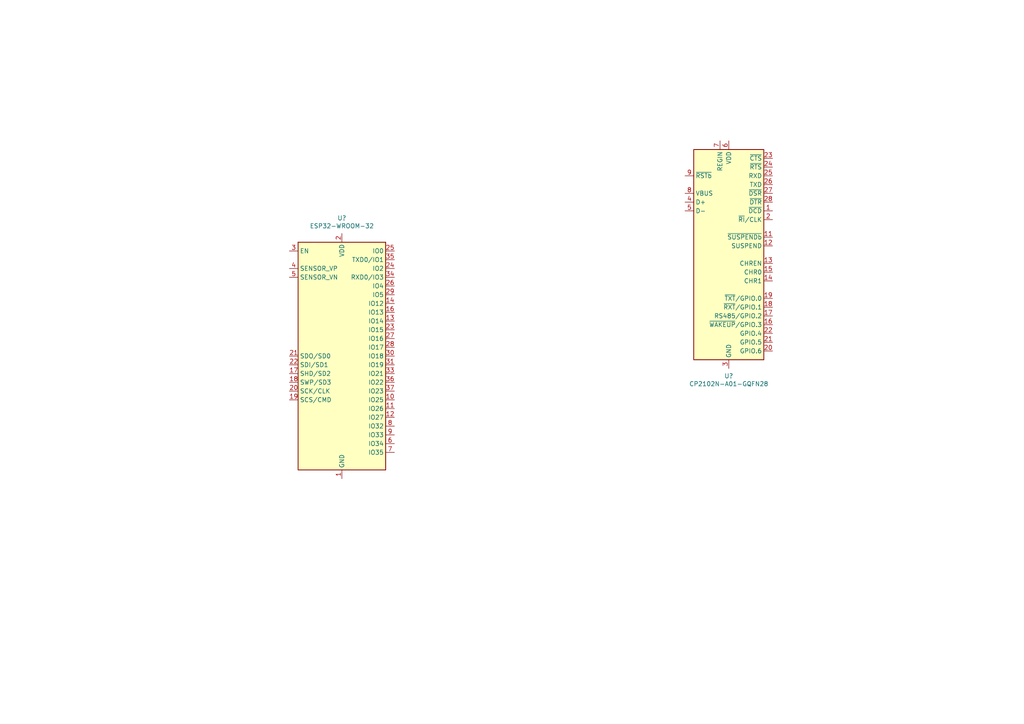
<source format=kicad_sch>
(kicad_sch (version 20201015) (generator eeschema)
  (page 1 1)
  (paper "A4")
  (lib_symbols
    (symbol "NTP_PPP_LIBRARY:CP2102N-A01-GQFN28"
      (property "Reference" "U" (at -7.62 31.75 0))
      (property "Value" "CP2102N-A01-GQFN28" (at 26.67 31.75 0))
      (symbol "CP2102N-A01-GQFN28_0_1"
        (rectangle (start -10.16 30.48) (end 10.16 -30.48) (stroke (width 0.254)) (fill (type background)))
      )
      (symbol "CP2102N-A01-GQFN28_1_1"
        (pin input line (at 12.7 12.7 180) (length 2.54) (name "~DCD") (number "1"))
        (pin unconnected line (at -10.16 -10.16 0) (length 2.54) hide (name "NC") (number "10"))
        (pin output line (at 12.7 5.08 180) (length 2.54) (name "~SUSPENDb") (number "11"))
        (pin output line (at 12.7 2.54 180) (length 2.54) (name "SUSPEND") (number "12"))
        (pin output line (at 12.7 -2.54 180) (length 2.54) (name "CHREN") (number "13"))
        (pin output line (at 12.7 -7.62 180) (length 2.54) (name "CHR1") (number "14"))
        (pin output line (at 12.7 -5.08 180) (length 2.54) (name "CHR0") (number "15"))
        (pin bidirectional line (at 12.7 -20.32 180) (length 2.54) (name "~WAKEUP~/GPIO.3") (number "16"))
        (pin bidirectional line (at 12.7 -17.78 180) (length 2.54) (name "RS485/GPIO.2") (number "17"))
        (pin bidirectional line (at 12.7 -15.24 180) (length 2.54) (name "~RXT~/GPIO.1") (number "18"))
        (pin bidirectional line (at 12.7 -12.7 180) (length 2.54) (name "~TXT~/GPIO.0") (number "19"))
        (pin bidirectional line (at 12.7 10.16 180) (length 2.54) (name "~RI~/CLK") (number "2"))
        (pin bidirectional line (at 12.7 -27.94 180) (length 2.54) (name "GPIO.6") (number "20"))
        (pin bidirectional line (at 12.7 -25.4 180) (length 2.54) (name "GPIO.5") (number "21"))
        (pin bidirectional line (at 12.7 -22.86 180) (length 2.54) (name "GPIO.4") (number "22"))
        (pin input line (at 12.7 27.94 180) (length 2.54) (name "~CTS") (number "23"))
        (pin output line (at 12.7 25.4 180) (length 2.54) (name "~RTS") (number "24"))
        (pin input line (at 12.7 22.86 180) (length 2.54) (name "RXD") (number "25"))
        (pin output line (at 12.7 20.32 180) (length 2.54) (name "TXD") (number "26"))
        (pin input line (at 12.7 17.78 180) (length 2.54) (name "~DSR") (number "27"))
        (pin output line (at 12.7 15.24 180) (length 2.54) (name "~DTR") (number "28"))
        (pin passive line (at 0 -33.02 90) (length 2.54) hide (name "GND") (number "29"))
        (pin power_in line (at 0 -33.02 90) (length 2.54) (name "GND") (number "3"))
        (pin bidirectional line (at -12.7 15.24 0) (length 2.54) (name "D+") (number "4"))
        (pin bidirectional line (at -12.7 12.7 0) (length 2.54) (name "D-") (number "5"))
        (pin passive line (at 0 33.02 270) (length 2.54) (name "VDD") (number "6"))
        (pin power_in line (at -2.54 33.02 270) (length 2.54) (name "REGIN") (number "7"))
        (pin input line (at -12.7 17.78 0) (length 2.54) (name "VBUS") (number "8"))
        (pin input line (at -12.7 22.86 0) (length 2.54) (name "~RSTb") (number "9"))
      )
    )
    (symbol "NTP_PPP_LIBRARY:ESP32-WROOM-32"
      (property "Reference" "U" (at -12.7 34.29 0))
      (property "Value" "ESP32-WROOM-32" (at 1.27 34.29 0))
      (symbol "ESP32-WROOM-32_0_1"
        (rectangle (start -12.7 33.02) (end 12.7 -33.02) (stroke (width 0.254)) (fill (type background)))
      )
      (symbol "ESP32-WROOM-32_1_1"
        (pin power_in line (at 0 -35.56 90) (length 2.54) (name "GND") (number "1"))
        (pin bidirectional line (at 15.24 -12.7 180) (length 2.54) (name "IO25") (number "10"))
        (pin bidirectional line (at 15.24 -15.24 180) (length 2.54) (name "IO26") (number "11"))
        (pin bidirectional line (at 15.24 -17.78 180) (length 2.54) (name "IO27") (number "12"))
        (pin bidirectional line (at 15.24 10.16 180) (length 2.54) (name "IO14") (number "13"))
        (pin bidirectional line (at 15.24 15.24 180) (length 2.54) (name "IO12") (number "14"))
        (pin passive line (at 0 -35.56 90) (length 2.54) hide (name "GND") (number "15"))
        (pin bidirectional line (at 15.24 12.7 180) (length 2.54) (name "IO13") (number "16"))
        (pin bidirectional line (at -15.24 -5.08 0) (length 2.54) (name "SHD/SD2") (number "17"))
        (pin bidirectional line (at -15.24 -7.62 0) (length 2.54) (name "SWP/SD3") (number "18"))
        (pin bidirectional line (at -15.24 -12.7 0) (length 2.54) (name "SCS/CMD") (number "19"))
        (pin power_in line (at 0 35.56 270) (length 2.54) (name "VDD") (number "2"))
        (pin bidirectional line (at -15.24 -10.16 0) (length 2.54) (name "SCK/CLK") (number "20"))
        (pin bidirectional line (at -15.24 0 0) (length 2.54) (name "SDO/SD0") (number "21"))
        (pin bidirectional line (at -15.24 -2.54 0) (length 2.54) (name "SDI/SD1") (number "22"))
        (pin bidirectional line (at 15.24 7.62 180) (length 2.54) (name "IO15") (number "23"))
        (pin bidirectional line (at 15.24 25.4 180) (length 2.54) (name "IO2") (number "24"))
        (pin bidirectional line (at 15.24 30.48 180) (length 2.54) (name "IO0") (number "25"))
        (pin bidirectional line (at 15.24 20.32 180) (length 2.54) (name "IO4") (number "26"))
        (pin bidirectional line (at 15.24 5.08 180) (length 2.54) (name "IO16") (number "27"))
        (pin bidirectional line (at 15.24 2.54 180) (length 2.54) (name "IO17") (number "28"))
        (pin bidirectional line (at 15.24 17.78 180) (length 2.54) (name "IO5") (number "29"))
        (pin input line (at -15.24 30.48 0) (length 2.54) (name "EN") (number "3"))
        (pin bidirectional line (at 15.24 0 180) (length 2.54) (name "IO18") (number "30"))
        (pin bidirectional line (at 15.24 -2.54 180) (length 2.54) (name "IO19") (number "31"))
        (pin unconnected line (at -12.7 -27.94 0) (length 2.54) hide (name "NC") (number "32"))
        (pin bidirectional line (at 15.24 -5.08 180) (length 2.54) (name "IO21") (number "33"))
        (pin bidirectional line (at 15.24 22.86 180) (length 2.54) (name "RXD0/IO3") (number "34"))
        (pin bidirectional line (at 15.24 27.94 180) (length 2.54) (name "TXD0/IO1") (number "35"))
        (pin bidirectional line (at 15.24 -7.62 180) (length 2.54) (name "IO22") (number "36"))
        (pin bidirectional line (at 15.24 -10.16 180) (length 2.54) (name "IO23") (number "37"))
        (pin passive line (at 0 -35.56 90) (length 2.54) hide (name "GND") (number "38"))
        (pin passive line (at 0 -35.56 90) (length 2.54) hide (name "GND") (number "39"))
        (pin input line (at -15.24 25.4 0) (length 2.54) (name "SENSOR_VP") (number "4"))
        (pin input line (at -15.24 22.86 0) (length 2.54) (name "SENSOR_VN") (number "5"))
        (pin input line (at 15.24 -25.4 180) (length 2.54) (name "IO34") (number "6"))
        (pin input line (at 15.24 -27.94 180) (length 2.54) (name "IO35") (number "7"))
        (pin bidirectional line (at 15.24 -20.32 180) (length 2.54) (name "IO32") (number "8"))
        (pin bidirectional line (at 15.24 -22.86 180) (length 2.54) (name "IO33") (number "9"))
      )
    )
  )
  (symbol (lib_id "NTP_PPP_LIBRARY:CP2102N-A01-GQFN28") (at 211.3788 73.8632 0) (unit 1)
    (property "Reference" "U?" (at 211.3788 109.0486 0))
    (property "Value" "CP2102N-A01-GQFN28" (at 211.3788 111.3473 0))
    (property "Footprint" "Package_DFN_QFN:QFN-28-1EP_5x5mm_P0.5mm_EP3.35x3.35mm" (effects hide))
    (property "Datasheet" "https://www.silabs.com/documents/public/data-sheets/cp2102n-datasheet.pdf" (effects hide))
    (property "Digikey Part #" "336-5890-1-ND" (effects hide))
    (property "LCSC Part #" "C6568" (effects hide))
  )
  (symbol (lib_id "NTP_PPP_LIBRARY:ESP32-WROOM-32") (at 99.1616 103.2764 0) (unit 1)
    (property "Reference" "U?" (at 99.1616 63.2522 0))
    (property "Value" "ESP32-WROOM-32" (at 99.1616 65.5509 0))
    (property "Footprint" "RF_Module:ESP32-WROOM-32" (effects hide))
    (property "Datasheet" "https://www.espressif.com/sites/default/files/documentation/esp32-wroom-32_datasheet_en.pdf" (effects hide))
    (property "Digikey Part #" "1965-ESP32-WROOM-32E(4MBHIGHTEMP)CT-ND" (effects hide))
    (property "LCSC Part #" "C82899" (effects hide))
  )
)
</source>
